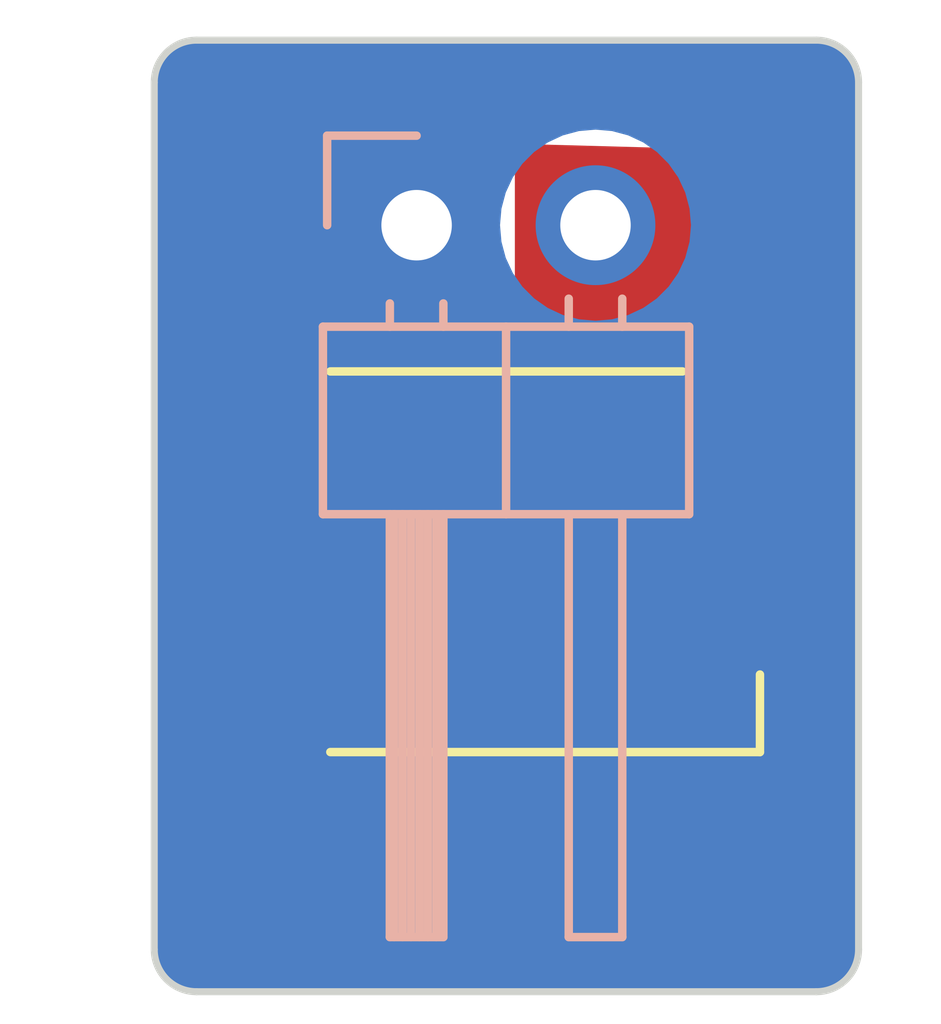
<source format=kicad_pcb>
(kicad_pcb (version 20221018) (generator pcbnew)
  (layers (0 "F.Cu" signal) (31 "B.Cu" signal) (34 "B.Paste" user) (35 "F.Paste" user) (36 "B.SilkS" user "B.Silkscreen") (37 "F.SilkS" user "F.Silkscreen") (38 "B.Mask" user) (39 "F.Mask" user) (44 "Edge.Cuts" user))
  (net 0 "")
  (net 1 "GND")
  (net 2 "+3V3")
  (footprint "LED_SMD:LED_RGB_5050-6" (layer "F.Cu") (at 148.5 105.4 180)
    (fp_text reference "D1" hide)
    (fp_text value "LED_RGB")
    (fp_line (start -3.6 -2.7) (end 2.5 -2.7) (stroke (width 0.12)) (layer "F.SilkS"))
    (fp_line (start -3.6 -1.6) (end -3.6 -2.7) (stroke (width 0.12)) (layer "F.SilkS"))
    (fp_line (start 2.5 2.7) (end -2.5 2.7) (stroke (width 0.12)) (layer "F.SilkS"))
    (pad "1" smd rect (at -2.4 -1.7 270) (size 1.1 2) (layers "F.Cu" "F.Paste" "F.Mask") (net 2 "+3V3"))
    (pad "2" smd rect (at -2.4 0 270) (size 1.1 2) (layers "F.Cu" "F.Paste" "F.Mask") (net 2 "+3V3"))
    (pad "3" smd rect (at -2.4 1.7 270) (size 1.1 2) (layers "F.Cu" "F.Paste" "F.Mask") (net 2 "+3V3"))
    (pad "4" smd rect (at 2.4 1.7 270) (size 1.1 2) (layers "F.Cu" "F.Paste" "F.Mask") (net 1 "GND"))
    (pad "5" smd rect (at 2.4 0 270) (size 1.1 2) (layers "F.Cu" "F.Paste" "F.Mask") (net 1 "GND"))
    (pad "6" smd rect (at 2.4 -1.7 270) (size 1.1 2) (layers "F.Cu" "F.Paste" "F.Mask") (net 1 "GND"))
  )
  (footprint "Connector_PinHeader_2.54mm:PinHeader_1x02_P2.54mm_Horizontal" (layer "B.Cu") (at 147.225 100.625 -90)
    (fp_text reference "J1" hide)
    (fp_text value "Conn_01x02")
    (fp_line (start -1.27 0) (end -1.27 1.27) (stroke (width 0.12)) (layer "B.SilkS"))
    (fp_line (start -1.27 1.27) (end 0 1.27) (stroke (width 0.12)) (layer "B.SilkS"))
    (fp_line (start 1.042929 -2.92) (end 1.44 -2.92) (stroke (width 0.12)) (layer "B.SilkS"))
    (fp_line (start 1.042929 -2.16) (end 1.44 -2.16) (stroke (width 0.12)) (layer "B.SilkS"))
    (fp_line (start 1.11 -0.38) (end 1.44 -0.38) (stroke (width 0.12)) (layer "B.SilkS"))
    (fp_line (start 1.11 0.38) (end 1.44 0.38) (stroke (width 0.12)) (layer "B.SilkS"))
    (fp_line (start 1.44 -3.87) (end 4.1 -3.87) (stroke (width 0.12)) (layer "B.SilkS"))
    (fp_line (start 1.44 -1.27) (end 4.1 -1.27) (stroke (width 0.12)) (layer "B.SilkS"))
    (fp_line (start 1.44 1.33) (end 1.44 -3.87) (stroke (width 0.12)) (layer "B.SilkS"))
    (fp_line (start 4.1 -3.87) (end 4.1 1.33) (stroke (width 0.12)) (layer "B.SilkS"))
    (fp_line (start 4.1 -2.16) (end 10.1 -2.16) (stroke (width 0.12)) (layer "B.SilkS"))
    (fp_line (start 4.1 -0.28) (end 10.1 -0.28) (stroke (width 0.12)) (layer "B.SilkS"))
    (fp_line (start 4.1 -0.16) (end 10.1 -0.16) (stroke (width 0.12)) (layer "B.SilkS"))
    (fp_line (start 4.1 -0.04) (end 10.1 -0.04) (stroke (width 0.12)) (layer "B.SilkS"))
    (fp_line (start 4.1 0.08) (end 10.1 0.08) (stroke (width 0.12)) (layer "B.SilkS"))
    (fp_line (start 4.1 0.2) (end 10.1 0.2) (stroke (width 0.12)) (layer "B.SilkS"))
    (fp_line (start 4.1 0.32) (end 10.1 0.32) (stroke (width 0.12)) (layer "B.SilkS"))
    (fp_line (start 4.1 0.38) (end 10.1 0.38) (stroke (width 0.12)) (layer "B.SilkS"))
    (fp_line (start 4.1 1.33) (end 1.44 1.33) (stroke (width 0.12)) (layer "B.SilkS"))
    (fp_line (start 10.1 -2.92) (end 4.1 -2.92) (stroke (width 0.12)) (layer "B.SilkS"))
    (fp_line (start 10.1 -2.16) (end 10.1 -2.92) (stroke (width 0.12)) (layer "B.SilkS"))
    (fp_line (start 10.1 -0.38) (end 4.1 -0.38) (stroke (width 0.12)) (layer "B.SilkS"))
    (fp_line (start 10.1 0.38) (end 10.1 -0.38) (stroke (width 0.12)) (layer "B.SilkS"))
    (pad "1" thru_hole rect (at 0 0 270) (size 1.7 1.7) (drill 1) (layers "*.Cu" "*.Mask") (net 1 "GND"))
    (pad "2" thru_hole oval (at 0 -2.54 270) (size 1.7 1.7) (drill 1) (layers "*.Cu" "*.Mask") (net 2 "+3V3"))
  )
  (gr_line (start 144.1 111.5) (end 152.9 111.5) (stroke (width 0.1)) (layer "Edge.Cuts"))
  (gr_line (start 143.5 98.6) (end 143.5 110.9) (stroke (width 0.1)) (layer "Edge.Cuts"))
  (gr_line (start 153.5 98.6) (end 153.5 110.9) (stroke (width 0.1)) (layer "Edge.Cuts"))
  (gr_arc (start 152.9 98) (mid 153.324264 98.175736) (end 153.5 98.6) (stroke (width 0.1)) (layer "Edge.Cuts"))
  (gr_arc (start 144.1 111.5) (mid 143.675736 111.324264) (end 143.5 110.9) (stroke (width 0.1)) (layer "Edge.Cuts"))
  (gr_arc (start 153.5 110.9) (mid 153.324264 111.324264) (end 152.9 111.5) (stroke (width 0.1)) (layer "Edge.Cuts"))
  (gr_arc (start 143.5 98.6) (mid 143.675736 98.175736) (end 144.1 98) (stroke (width 0.1)) (layer "Edge.Cuts"))
  (gr_line (start 144.1 98) (end 152.9 98) (stroke (width 0.1)) (layer "Edge.Cuts"))
  (zone (net 2) (net_name "+3V3") (layer "F.Cu") (priority 1) (connect_pads yes (clearance 0.2)) (min_thickness 0.2) (fill yes (thermal_gap 0.5) (thermal_bridge_width 0.5) (smoothing fillet))
    (polygon (pts (xy 148.62 99.47) (xy 152.29 99.57) (xy 152.3 108.28) (xy 148.56 108.18) (xy 148.56 102.13) (xy 148.62 102.13)))
  )
  (zone (net 1) (net_name "GND") (layers "F&B.Cu") (connect_pads yes (clearance 0.5)) (min_thickness 0.25) (fill yes (thermal_gap 0.5) (thermal_bridge_width 0.5) (smoothing fillet))
    (polygon (pts (xy 141.31 97.47) (xy 154.69 97.43) (xy 154.69 111.93) (xy 141.31 111.97)))
  )
)
</source>
